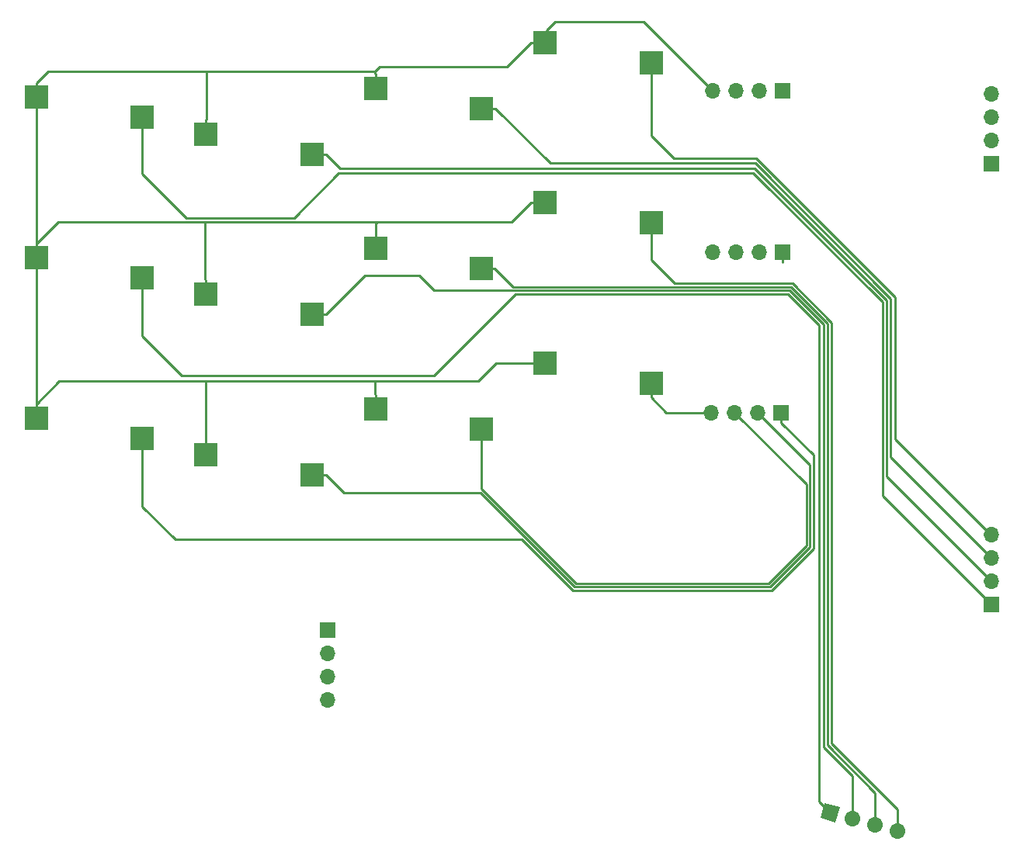
<source format=gbr>
G04 #@! TF.GenerationSoftware,KiCad,Pcbnew,(5.1.4)-1*
G04 #@! TF.CreationDate,2023-01-08T18:51:56-05:00*
G04 #@! TF.ProjectId,ThumbsUp,5468756d-6273-4557-902e-6b696361645f,rev?*
G04 #@! TF.SameCoordinates,Original*
G04 #@! TF.FileFunction,Copper,L2,Bot*
G04 #@! TF.FilePolarity,Positive*
%FSLAX46Y46*%
G04 Gerber Fmt 4.6, Leading zero omitted, Abs format (unit mm)*
G04 Created by KiCad (PCBNEW (5.1.4)-1) date 2023-01-08 18:51:56*
%MOMM*%
%LPD*%
G04 APERTURE LIST*
%ADD10O,1.700000X1.700000*%
%ADD11R,1.700000X1.700000*%
%ADD12R,2.600000X2.600000*%
%ADD13C,1.700000*%
%ADD14C,1.700000*%
%ADD15C,0.100000*%
%ADD16C,0.250000*%
G04 APERTURE END LIST*
D10*
X95876974Y-554970972D03*
X98416974Y-554970972D03*
X100956974Y-554970972D03*
D11*
X103496974Y-554970972D03*
D10*
X96034161Y-537435202D03*
X98574161Y-537435202D03*
X101114161Y-537435202D03*
D11*
X103654161Y-537435202D03*
D10*
X96016291Y-519865542D03*
X98556291Y-519865542D03*
X101096291Y-519865542D03*
D11*
X103636291Y-519865542D03*
D10*
X126440599Y-568274893D03*
X126440599Y-570814893D03*
X126440599Y-573354893D03*
D11*
X126440599Y-575894893D03*
D10*
X126376095Y-520198305D03*
X126376095Y-522738305D03*
X126376095Y-525278305D03*
D11*
X126376095Y-527818305D03*
D12*
X40757789Y-559562952D03*
X52307789Y-561762952D03*
X59257789Y-537062952D03*
X70807789Y-539262952D03*
X59257790Y-554562952D03*
X70807790Y-556762952D03*
X77757790Y-514562952D03*
X89307790Y-516762952D03*
X77757789Y-532062952D03*
X89307789Y-534262952D03*
X77757789Y-549562952D03*
X89307789Y-551762952D03*
X40757790Y-542062952D03*
X52307790Y-544262952D03*
X59257789Y-519562953D03*
X70807789Y-521762953D03*
D10*
X54032789Y-586312952D03*
X54032789Y-583772952D03*
X54032789Y-581232952D03*
D11*
X54032789Y-578692952D03*
D13*
X116193145Y-600585153D03*
D14*
X116193145Y-600585153D02*
X116193145Y-600585153D01*
D13*
X113739693Y-599927753D03*
D14*
X113739693Y-599927753D02*
X113739693Y-599927753D01*
D13*
X111286242Y-599270352D03*
D14*
X111286242Y-599270352D02*
X111286242Y-599270352D01*
D13*
X108832790Y-598612952D03*
D15*
G36*
X109433831Y-599653985D02*
G01*
X107791757Y-599213993D01*
X108231749Y-597571919D01*
X109873823Y-598011911D01*
X109433831Y-599653985D01*
X109433831Y-599653985D01*
G37*
D12*
X40757789Y-524562952D03*
X52307789Y-526762952D03*
X22257790Y-538062952D03*
X33807790Y-540262952D03*
X22257789Y-520562953D03*
X33807789Y-522762953D03*
X22257789Y-555562952D03*
X33807789Y-557762952D03*
D16*
X116193145Y-599383072D02*
X116193145Y-600585153D01*
X109000000Y-591063590D02*
X116193145Y-598256735D01*
X91868967Y-540868967D02*
X104718489Y-540868967D01*
X89307789Y-538307789D02*
X91868967Y-540868967D01*
X104718489Y-540868967D02*
X109000000Y-545150478D01*
X89307789Y-534262952D02*
X89307789Y-538307789D01*
X109000000Y-545150478D02*
X109000000Y-591063590D01*
X116193145Y-598256735D02*
X116193145Y-599383072D01*
X72266974Y-539262952D02*
X70807789Y-539262952D01*
X113739693Y-596439694D02*
X108549989Y-591249990D01*
X108549989Y-591249990D02*
X108549989Y-545233641D01*
X113739693Y-599927753D02*
X113739693Y-596439694D01*
X108549989Y-545233641D02*
X104562326Y-541245978D01*
X104562326Y-541245978D02*
X74250000Y-541245978D01*
X74250000Y-541245978D02*
X72266974Y-539262952D01*
X111286242Y-594622654D02*
X111286242Y-598068271D01*
X108099978Y-591436390D02*
X111286242Y-594622654D01*
X108099978Y-545316804D02*
X108099978Y-591436390D01*
X53857790Y-544262952D02*
X58120742Y-540000000D01*
X52307790Y-544262952D02*
X53857790Y-544262952D01*
X111286242Y-598068271D02*
X111286242Y-599270352D01*
X58120742Y-540000000D02*
X64000000Y-540000000D01*
X65622989Y-541622989D02*
X104406163Y-541622989D01*
X64000000Y-540000000D02*
X65622989Y-541622989D01*
X104406163Y-541622989D02*
X108099978Y-545316804D01*
X33807790Y-546607790D02*
X33807790Y-541812952D01*
X108832790Y-598612952D02*
X107649967Y-597430129D01*
X107649967Y-545399967D02*
X104250000Y-542000000D01*
X38100000Y-550900000D02*
X33807790Y-546607790D01*
X107649967Y-597430129D02*
X107649967Y-545399967D01*
X104250000Y-542000000D02*
X78066348Y-542000000D01*
X33807790Y-541812952D02*
X33807790Y-540262952D01*
X65600000Y-550900000D02*
X38100000Y-550900000D01*
X78062327Y-542004021D02*
X74495979Y-542004021D01*
X74495979Y-542004021D02*
X65600000Y-550900000D01*
X78066348Y-542000000D02*
X78062327Y-542004021D01*
X33807789Y-524312953D02*
X33807789Y-522762953D01*
X55250000Y-528800000D02*
X50350000Y-533700000D01*
X126394893Y-575894893D02*
X114550000Y-564050000D01*
X50350000Y-533700000D02*
X38600000Y-533700000D01*
X114550000Y-564050000D02*
X114550000Y-558409233D01*
X114550000Y-558409233D02*
X114549967Y-558409200D01*
X33807789Y-528907789D02*
X33807789Y-524312953D01*
X114549967Y-558409200D02*
X114549967Y-542909197D01*
X38600000Y-533700000D02*
X33807789Y-528907789D01*
X100440770Y-528800000D02*
X55250000Y-528800000D01*
X126440599Y-575894893D02*
X126394893Y-575894893D01*
X114549967Y-542909197D02*
X100440770Y-528800000D01*
X114999978Y-558222800D02*
X115000011Y-558222833D01*
X115000011Y-561914305D02*
X125590600Y-572504894D01*
X125590600Y-572504894D02*
X126440599Y-573354893D01*
X115000011Y-558222833D02*
X115000011Y-561914305D01*
X53857789Y-526762952D02*
X55394837Y-528300000D01*
X114999978Y-542722798D02*
X114999978Y-558222800D01*
X100577180Y-528300000D02*
X114999978Y-542722798D01*
X55394837Y-528300000D02*
X100577180Y-528300000D01*
X52307789Y-526762952D02*
X53857789Y-526762952D01*
X78344836Y-527750000D02*
X100663590Y-527750000D01*
X125590600Y-569964894D02*
X126440599Y-570814893D01*
X115450022Y-559824316D02*
X125590600Y-569964894D01*
X115450022Y-558036433D02*
X115450022Y-559824316D01*
X115449989Y-542536399D02*
X115449989Y-558036400D01*
X100663590Y-527750000D02*
X115449989Y-542536399D01*
X72357789Y-521762953D02*
X78344836Y-527750000D01*
X70807789Y-521762953D02*
X72357789Y-521762953D01*
X115449989Y-558036400D02*
X115450022Y-558036433D01*
X126324893Y-568274893D02*
X126440599Y-568274893D01*
X91800000Y-527250000D02*
X100800000Y-527250000D01*
X115900000Y-557850000D02*
X126324893Y-568274893D01*
X100800000Y-527250000D02*
X115900000Y-542350000D01*
X89307790Y-516762952D02*
X89307790Y-524757790D01*
X89307790Y-524757790D02*
X91800000Y-527250000D01*
X115900000Y-542350000D02*
X115900000Y-557850000D01*
X22257789Y-519012953D02*
X22257789Y-520562953D01*
X23570742Y-517700000D02*
X22257789Y-519012953D01*
X59200000Y-517955164D02*
X59200000Y-517700000D01*
X59257789Y-518012953D02*
X59200000Y-517955164D01*
X59257789Y-519562953D02*
X59257789Y-518012953D01*
X40800000Y-522970741D02*
X40800000Y-517700000D01*
X40757789Y-523012952D02*
X40800000Y-522970741D01*
X40757789Y-524562952D02*
X40757789Y-523012952D01*
X59200000Y-517700000D02*
X40800000Y-517700000D01*
X40800000Y-517700000D02*
X23570742Y-517700000D01*
X22257790Y-536512952D02*
X22257790Y-538062952D01*
X24620732Y-534150010D02*
X22257790Y-536512952D01*
X76207789Y-532062952D02*
X74120731Y-534150010D01*
X77757789Y-532062952D02*
X76207789Y-532062952D01*
X74120731Y-534150010D02*
X59449990Y-534150010D01*
X40649990Y-540405152D02*
X40649990Y-534150010D01*
X40757790Y-540512952D02*
X40649990Y-540405152D01*
X40757790Y-542062952D02*
X40757790Y-540512952D01*
X59449990Y-534150010D02*
X40649990Y-534150010D01*
X40649990Y-534150010D02*
X24620732Y-534150010D01*
X59257789Y-534342211D02*
X59449990Y-534150010D01*
X59257789Y-537062952D02*
X59257789Y-534342211D01*
X22257789Y-554012952D02*
X22257789Y-555562952D01*
X24770741Y-551500000D02*
X22257789Y-554012952D01*
X59200000Y-552955162D02*
X59200000Y-551500000D01*
X59257790Y-553012952D02*
X59200000Y-552955162D01*
X59257790Y-554562952D02*
X59257790Y-553012952D01*
X40700000Y-557955163D02*
X40700000Y-551500000D01*
X40757789Y-558012952D02*
X40700000Y-557955163D01*
X40757789Y-559562952D02*
X40757789Y-558012952D01*
X59200000Y-551500000D02*
X40700000Y-551500000D01*
X40700000Y-551500000D02*
X24770741Y-551500000D01*
X22257789Y-555562952D02*
X22257789Y-520562953D01*
X77944190Y-514112942D02*
X78075995Y-514244747D01*
X77944190Y-513231712D02*
X77944190Y-514112942D01*
X78875902Y-512300000D02*
X77944190Y-513231712D01*
X96016291Y-519865542D02*
X88450749Y-512300000D01*
X88450749Y-512300000D02*
X78875902Y-512300000D01*
X59680000Y-517220000D02*
X59200000Y-517700000D01*
X73550742Y-517220000D02*
X59680000Y-517220000D01*
X77757790Y-514562952D02*
X76207790Y-514562952D01*
X76207790Y-514562952D02*
X73550742Y-517220000D01*
X70475000Y-551500000D02*
X59200000Y-551500000D01*
X77757789Y-549562952D02*
X72412048Y-549562952D01*
X72412048Y-549562952D02*
X70475000Y-551500000D01*
X103654161Y-537435202D02*
X103654161Y-538535202D01*
X101114161Y-537435202D02*
X101114161Y-537985839D01*
X33807789Y-565207789D02*
X33807789Y-559312952D01*
X37400000Y-568800000D02*
X33807789Y-565207789D01*
X102445980Y-574354020D02*
X80787672Y-574354020D01*
X103496974Y-556070972D02*
X107004021Y-559578019D01*
X103496974Y-554970972D02*
X103496974Y-556070972D01*
X107004021Y-559578019D02*
X107004021Y-569795979D01*
X80787672Y-574354020D02*
X75233652Y-568800000D01*
X107004021Y-569795979D02*
X102445980Y-574354020D01*
X33807789Y-559312952D02*
X33807789Y-557762952D01*
X75233652Y-568800000D02*
X37400000Y-568800000D01*
X106627010Y-560641008D02*
X106627010Y-569639816D01*
X53857789Y-561762952D02*
X52307789Y-561762952D01*
X106627010Y-569639816D02*
X102289817Y-573977009D01*
X55794837Y-563700000D02*
X53857789Y-561762952D01*
X70666826Y-563700000D02*
X55794837Y-563700000D01*
X80943835Y-573977009D02*
X70666826Y-563700000D01*
X102289817Y-573977009D02*
X80943835Y-573977009D01*
X100956974Y-554970972D02*
X106627010Y-560641008D01*
X106249999Y-562803997D02*
X106249999Y-569483653D01*
X106249999Y-569483653D02*
X102133654Y-573599998D01*
X81099998Y-573599998D02*
X70750000Y-563250000D01*
X70750000Y-563250000D02*
X70750000Y-558370742D01*
X70807790Y-558312952D02*
X70807790Y-556762952D01*
X70750000Y-558370742D02*
X70807790Y-558312952D01*
X102133654Y-573599998D02*
X81099998Y-573599998D01*
X98416974Y-554970972D02*
X106249999Y-562803997D01*
X89307789Y-553312952D02*
X89307789Y-551762952D01*
X90965809Y-554970972D02*
X89307789Y-553312952D01*
X95876974Y-554970972D02*
X90965809Y-554970972D01*
M02*

</source>
